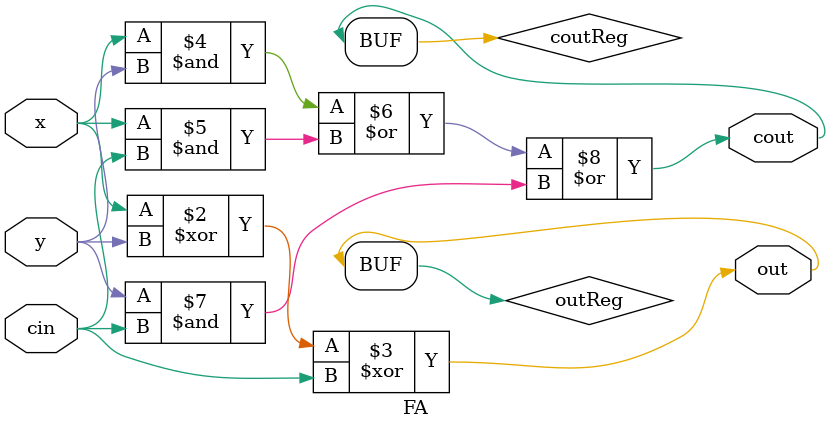
<source format=v>

module FA(

input	x,
input 	y,
input	cin,
output	out,
output	cout);

reg outReg;
reg coutReg;


always @(*) begin
outReg <= (x ^ y) ^ cin;
coutReg <= (x & y) | (x & cin) | (y & cin);
end

assign out = outReg;
assign cout = coutReg;


endmodule

</source>
